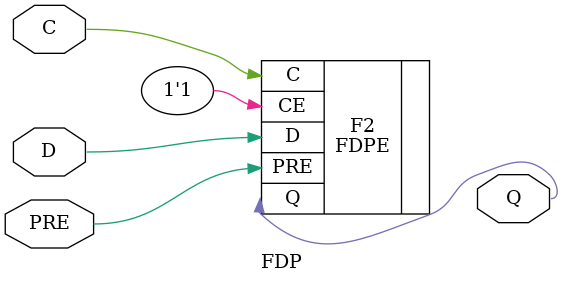
<source format=v>


`timescale  1 ps / 1 ps

module FDP (Q, C, D, PRE);

    parameter [0:0] INIT = 1'b1;

    output Q;

    input  C, D, PRE;

    wire Q;

    FDPE #(.INIT(INIT)) F2 (.Q(Q), .C(C), .CE(1'b1), .D(D), .PRE(PRE));

endmodule


</source>
